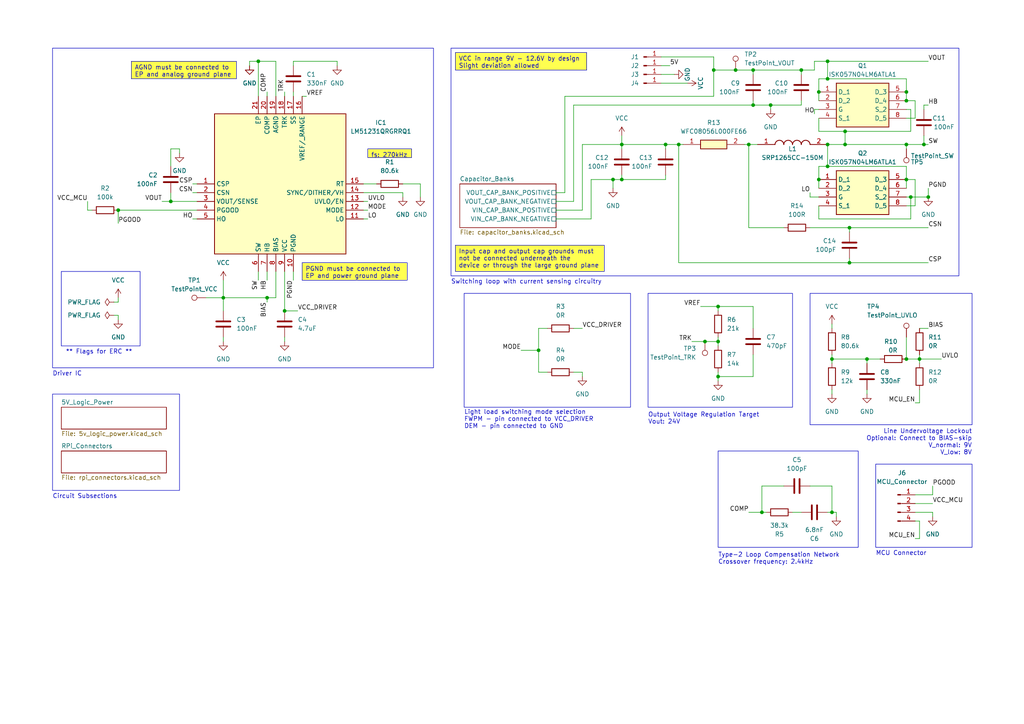
<source format=kicad_sch>
(kicad_sch (version 20230121) (generator eeschema)
  (paper "A4")
  (title_block (title "Power Supply Module with 24V+5V output") (date "2023-10-29") (rev "0.7") (company "Kamil Adam Jabłoński"))
  (lib_symbols
    (symbol "Connector:Conn_01x01_Pin" (pin_names (offset 1.016) hide)
      (property "Reference" "J" (at 0 2.54 0))
      (property "Value" "Conn_01x01_Pin" (at 0 -2.54 0))
      (symbol "Conn_01x01_Pin_1_1"
        (polyline (pts (xy 1.27 0) (xy 0.8636 0)) (stroke (width 0.1524)))
        (rectangle (start 0.8636 0.127) (end 0 -0.127) (stroke (width 0.1524)) (fill (type outline)))
        (pin passive line (at 5.08 0 180) (length 3.81) (name "Pin_1") (number "1"))
      )
    )
    (symbol "Connector:Conn_01x04_Pin" (pin_names (offset 1.016) hide)
      (property "Reference" "J" (at 0 5.08 0))
      (property "Value" "Conn_01x04_Pin" (at 0 -7.62 0))
      (symbol "Conn_01x04_Pin_1_1"
        (polyline (pts (xy 1.27 -5.08) (xy 0.8636 -5.08)) (stroke (width 0.1524)))
        (polyline (pts (xy 1.27 -2.54) (xy 0.8636 -2.54)) (stroke (width 0.1524)))
        (polyline (pts (xy 1.27 0) (xy 0.8636 0)) (stroke (width 0.1524)))
        (polyline (pts (xy 1.27 2.54) (xy 0.8636 2.54)) (stroke (width 0.1524)))
        (rectangle (start 0.8636 -4.953) (end 0 -5.207) (stroke (width 0.1524)) (fill (type outline)))
        (rectangle (start 0.8636 -2.413) (end 0 -2.667) (stroke (width 0.1524)) (fill (type outline)))
        (rectangle (start 0.8636 0.127) (end 0 -0.127) (stroke (width 0.1524)) (fill (type outline)))
        (rectangle (start 0.8636 2.667) (end 0 2.413) (stroke (width 0.1524)) (fill (type outline)))
        (pin passive line (at 5.08 2.54 180) (length 3.81) (name "Pin_1") (number "1"))
        (pin passive line (at 5.08 0 180) (length 3.81) (name "Pin_2") (number "2"))
        (pin passive line (at 5.08 -2.54 180) (length 3.81) (name "Pin_3") (number "3"))
        (pin passive line (at 5.08 -5.08 180) (length 3.81) (name "Pin_4") (number "4"))
      )
    )
    (symbol "Connector:TestPoint" (pin_numbers hide) (pin_names (offset 0.762) hide)
      (property "Reference" "TP" (at 0 6.858 0))
      (property "Value" "TestPoint" (at 0 5.08 0))
      (symbol "TestPoint_0_1"
        (circle (center 0 3.302) (radius 0.762))
      )
      (symbol "TestPoint_1_1"
        (pin passive line (at 0 0 90) (length 2.54) (name "1") (number "1"))
      )
    )
    (symbol "Device:C" (pin_numbers hide) (pin_names (offset 0.254))
      (property "Reference" "C" (at 0.635 2.54 0))
      (property "Value" "C" (at 0.635 -2.54 0))
      (symbol "C_0_1"
        (polyline (pts (xy -2.032 -0.762) (xy 2.032 -0.762)) (stroke (width 0.508)))
        (polyline (pts (xy -2.032 0.762) (xy 2.032 0.762)) (stroke (width 0.508)))
      )
      (symbol "C_1_1"
        (pin passive line (at 0 3.81 270) (length 2.794) (name "~") (number "1"))
        (pin passive line (at 0 -3.81 90) (length 2.794) (name "~") (number "2"))
      )
    )
    (symbol "Device:R" (pin_numbers hide) (pin_names (offset 0))
      (property "Reference" "R" (at 2.032 0 90))
      (property "Value" "R" (at 0 0 90))
      (symbol "R_0_1"
        (rectangle (start -1.016 -2.54) (end 1.016 2.54) (stroke (width 0.254)))
      )
      (symbol "R_1_1"
        (pin passive line (at 0 3.81 270) (length 1.27) (name "~") (number "1"))
        (pin passive line (at 0 -3.81 90) (length 1.27) (name "~") (number "2"))
      )
    )
    (symbol "SamacSys_Parts:ISK057N04LM6ATLA1"
      (property "Reference" "Q" (at 21.59 7.62 0))
      (property "Value" "ISK057N04LM6ATLA1" (at 21.59 5.08 0))
      (symbol "ISK057N04LM6ATLA1_1_1"
        (rectangle (start 5.08 2.54) (end 20.32 -10.16) (stroke (width 0.254)) (fill (type background)))
        (pin passive line (at 0 0 0) (length 5.08) (name "D_1") (number "1"))
        (pin passive line (at 0 -2.54 0) (length 5.08) (name "D_2") (number "2"))
        (pin passive line (at 0 -5.08 0) (length 5.08) (name "G") (number "3"))
        (pin passive line (at 0 -7.62 0) (length 5.08) (name "S_1") (number "4"))
        (pin passive line (at 25.4 0 180) (length 5.08) (name "D_3") (number "5"))
        (pin passive line (at 25.4 -2.54 180) (length 5.08) (name "D_4") (number "6"))
        (pin passive line (at 25.4 -5.08 180) (length 5.08) (name "S_2") (number "7"))
        (pin passive line (at 25.4 -7.62 180) (length 5.08) (name "D_5") (number "8"))
      )
    )
    (symbol "parts:ISK057N04LM6ATLA1"
      (property "Reference" "Q" (at 21.59 7.62 0))
      (property "Value" "ISK057N04LM6ATLA1" (at 21.59 5.08 0))
      (symbol "ISK057N04LM6ATLA1_1_1"
        (rectangle (start 5.08 2.54) (end 20.32 -10.16) (stroke (width 0.254)) (fill (type background)))
        (pin passive line (at 0 0 0) (length 5.08) (name "D_1") (number "1"))
        (pin passive line (at 0 -2.54 0) (length 5.08) (name "D_2") (number "2"))
        (pin passive line (at 0 -5.08 0) (length 5.08) (name "G") (number "3"))
        (pin passive line (at 0 -7.62 0) (length 5.08) (name "S_1") (number "4"))
        (pin passive line (at 25.4 0 180) (length 5.08) (name "D_3") (number "5"))
        (pin passive line (at 25.4 -2.54 180) (length 5.08) (name "D_4") (number "6"))
        (pin passive line (at 25.4 -5.08 180) (length 5.08) (name "S_2") (number "7"))
        (pin passive line (at 25.4 -7.62 180) (length 5.08) (name "D_5") (number "8"))
      )
    )
    (symbol "parts:LM51231QRGRRQ1"
      (property "Reference" "IC" (at 44.45 25.4 0))
      (property "Value" "LM51231QRGRRQ1" (at 44.45 22.86 0))
      (symbol "LM51231QRGRRQ1_1_1"
        (rectangle (start 5.08 20.32) (end 43.18 -20.32) (stroke (width 0.254)) (fill (type background)))
        (pin passive line (at 0 0 0) (length 5.08) (name "CSP") (number "1"))
        (pin passive line (at 27.94 -25.4 90) (length 5.08) (name "PGND") (number "10"))
        (pin passive line (at 48.26 -10.16 180) (length 5.08) (name "LO") (number "11"))
        (pin passive line (at 48.26 -7.62 180) (length 5.08) (name "MODE") (number "12"))
        (pin passive line (at 48.26 -5.08 180) (length 5.08) (name "UVLO/EN") (number "13"))
        (pin passive line (at 48.26 -2.54 180) (length 5.08) (name "SYNC/DITHER/VH") (number "14"))
        (pin passive line (at 48.26 0 180) (length 5.08) (name "RT") (number "15"))
        (pin passive line (at 30.48 25.4 270) (length 5.08) (name "VREF/_RANGE") (number "16"))
        (pin passive line (at 27.94 25.4 270) (length 5.08) (name "SS") (number "17"))
        (pin passive line (at 25.4 25.4 270) (length 5.08) (name "TRK") (number "18"))
        (pin passive line (at 22.86 25.4 270) (length 5.08) (name "AGND") (number "19"))
        (pin passive line (at 0 -2.54 0) (length 5.08) (name "CSN") (number "2"))
        (pin passive line (at 20.32 25.4 270) (length 5.08) (name "COMP") (number "20"))
        (pin passive line (at 17.78 25.4 270) (length 5.08) (name "EP") (number "21"))
        (pin passive line (at 0 -5.08 0) (length 5.08) (name "VOUT/SENSE") (number "3"))
        (pin passive line (at 0 -7.62 0) (length 5.08) (name "PGOOD") (number "4"))
        (pin passive line (at 0 -10.16 0) (length 5.08) (name "HO") (number "5"))
        (pin passive line (at 17.78 -25.4 90) (length 5.08) (name "SW") (number "6"))
        (pin passive line (at 20.32 -25.4 90) (length 5.08) (name "HB") (number "7"))
        (pin passive line (at 22.86 -25.4 90) (length 5.08) (name "BIAS") (number "8"))
        (pin passive line (at 25.4 -25.4 90) (length 5.08) (name "VCC") (number "9"))
      )
    )
    (symbol "parts:SRP1265CC-150M" (pin_names hide)
      (property "Reference" "L" (at 16.51 6.35 0))
      (property "Value" "SRP1265CC-150M" (at 16.51 3.81 0))
      (symbol "SRP1265CC-150M_1_1"
        (arc (start 7.62 0) (mid 6.35 1.219) (end 5.08 0) (stroke (width 0.254)))
        (arc (start 10.16 0) (mid 8.89 1.219) (end 7.62 0) (stroke (width 0.254)))
        (arc (start 12.7 0) (mid 11.43 1.219) (end 10.16 0) (stroke (width 0.254)))
        (arc (start 15.24 0) (mid 13.97 1.219) (end 12.7 0) (stroke (width 0.254)))
        (pin passive line (at 0 0 0) (length 5.08) (name "1") (number "1"))
        (pin passive line (at 20.32 0 180) (length 5.08) (name "2") (number "2"))
      )
    )
    (symbol "parts:WFC08056L000FE66" (pin_names hide)
      (property "Reference" "R" (at 13.97 6.35 0))
      (property "Value" "WFC08056L000FE66" (at 13.97 3.81 0))
      (symbol "WFC08056L000FE66_1_1"
        (rectangle (start 5.08 1.27) (end 12.7 -1.27) (stroke (width 0.254)) (fill (type background)))
        (pin passive line (at 0 0 0) (length 5.08) (name "1") (number "1"))
        (pin passive line (at 17.78 0 180) (length 5.08) (name "2") (number "2"))
      )
    )
    (symbol "power:GND" (power) (pin_names (offset 0))
      (property "Value" "GND" (at 0 -3.81 0))
      (symbol "GND_0_1"
        (polyline (pts (xy 0 0) (xy 0 -1.27) (xy 1.27 -1.27) (xy 0 -2.54) (xy -1.27 -1.27) (xy 0 -1.27)))
      )
      (symbol "GND_1_1"
        (pin power_in line (at 0 0 270) (length 0) hide (name "GND") (number "1"))
      )
    )
    (symbol "power:PWR_FLAG" (power) (pin_numbers hide) (pin_names (offset 0) hide)
      (property "Value" "PWR_FLAG" (at 0 3.81 0))
      (symbol "PWR_FLAG_0_0"
        (pin power_out line (at 0 0 90) (length 0) (name "pwr") (number "1"))
      )
      (symbol "PWR_FLAG_0_1"
        (polyline (pts (xy 0 0) (xy 0 1.27) (xy -1.016 1.905) (xy 0 2.54) (xy 1.016 1.905) (xy 0 1.27)))
      )
    )
    (symbol "power:VCC" (power) (pin_names (offset 0))
      (property "Value" "VCC" (at 0 3.81 0))
      (symbol "VCC_0_1"
        (polyline (pts (xy -0.762 1.27) (xy 0 2.54)))
        (polyline (pts (xy 0 0) (xy 0 2.54)))
        (polyline (pts (xy 0 2.54) (xy 0.762 1.27)))
      )
      (symbol "VCC_1_1"
        (pin power_in line (at 0 0 90) (length 0) hide (name "VCC") (number "1"))
      )
    )
  )
  (junction (at 207.01 20.32))
  (junction (at 246.38 76.2))
  (junction (at 218.44 30.48))
  (junction (at 82.55 90.17))
  (junction (at 245.11 41.91))
  (junction (at 232.41 20.32))
  (junction (at 251.46 104.14))
  (junction (at 180.34 52.07))
  (junction (at 266.7 104.14))
  (junction (at 241.3 104.14))
  (junction (at 193.04 41.91))
  (junction (at 241.3 148.59))
  (junction (at 223.52 30.48))
  (junction (at 262.89 29.21))
  (junction (at 74.93 17.78))
  (junction (at 237.49 26.67))
  (junction (at 262.89 104.14))
  (junction (at 208.28 109.22))
  (junction (at 204.47 99.06))
  (junction (at 180.34 41.91))
  (junction (at 49.53 58.42))
  (junction (at 240.03 17.78))
  (junction (at 267.97 41.91))
  (junction (at 245.11 38.1))
  (junction (at 264.16 57.15))
  (junction (at 262.89 26.67))
  (junction (at 240.03 48.26))
  (junction (at 218.44 20.32))
  (junction (at 237.49 52.07))
  (junction (at 240.03 22.86))
  (junction (at 177.8 52.07))
  (junction (at 156.21 101.6))
  (junction (at 34.29 60.96))
  (junction (at 217.17 41.91))
  (junction (at 240.03 41.91))
  (junction (at 262.89 52.07))
  (junction (at 64.77 86.36))
  (junction (at 246.38 66.04))
  (junction (at 262.89 41.91))
  (junction (at 77.47 86.36))
  (junction (at 208.28 88.9))
  (junction (at 196.85 41.91))
  (junction (at 220.98 148.59))
  (junction (at 269.24 57.15))
  (junction (at 213.36 20.32))
  (junction (at 208.28 99.06))
  (wire (pts (xy 264.16 57.15) (xy 264.16 63.5)))
  (wire (pts (xy 156.21 101.6) (xy 156.21 107.95)))
  (wire (pts (xy 245.11 38.1) (xy 245.11 41.91)))
  (wire (pts (xy 246.38 76.2) (xy 246.38 74.93)))
  (wire (pts (xy 191.77 16.51) (xy 207.01 16.51)))
  (wire (pts (xy 246.38 66.04) (xy 246.38 67.31)))
  (wire (pts (xy 161.29 60.96) (xy 168.91 60.96)))
  (wire (pts (xy 217.17 41.91) (xy 219.71 41.91)))
  (wire (pts (xy 72.39 17.78) (xy 72.39 19.05)))
  (wire (pts (xy 240.03 48.26) (xy 237.49 48.26)))
  (wire (pts (xy 82.55 90.17) (xy 86.36 90.17)))
  (wire (pts (xy 166.37 58.42) (xy 166.37 30.48)))
  (wire (pts (xy 270.51 148.59) (xy 270.51 149.86)))
  (wire (pts (xy 237.49 48.26) (xy 237.49 52.07)))
  (wire (pts (xy 193.04 50.8) (xy 193.04 52.07)))
  (wire (pts (xy 241.3 113.03) (xy 241.3 114.3)))
  (wire (pts (xy 262.89 22.86) (xy 240.03 22.86)))
  (wire (pts (xy 262.89 104.14) (xy 266.7 104.14)))
  (wire (pts (xy 227.33 66.04) (xy 217.17 66.04)))
  (wire (pts (xy 264.16 57.15) (xy 269.24 57.15)))
  (wire (pts (xy 151.13 101.6) (xy 156.21 101.6)))
  (wire (pts (xy 116.84 53.34) (xy 121.92 53.34)))
  (wire (pts (xy 241.3 140.97) (xy 234.95 140.97)))
  (wire (pts (xy 242.57 149.86) (xy 242.57 148.59)))
  (wire (pts (xy 265.43 29.21) (xy 262.89 29.21)))
  (wire (pts (xy 234.95 66.04) (xy 246.38 66.04)))
  (wire (pts (xy 52.07 43.18) (xy 52.07 44.45)))
  (wire (pts (xy 193.04 52.07) (xy 180.34 52.07)))
  (wire (pts (xy 265.43 146.05) (xy 270.51 146.05)))
  (wire (pts (xy 163.83 55.88) (xy 163.83 27.94)))
  (wire (pts (xy 166.37 107.95) (xy 168.91 107.95)))
  (wire (pts (xy 77.47 26.67) (xy 77.47 27.94)))
  (wire (pts (xy 220.98 148.59) (xy 222.25 148.59)))
  (wire (pts (xy 161.29 63.5) (xy 171.45 63.5)))
  (wire (pts (xy 74.93 17.78) (xy 74.93 27.94)))
  (wire (pts (xy 208.28 99.06) (xy 208.28 100.33)))
  (wire (pts (xy 49.53 58.42) (xy 57.15 58.42)))
  (wire (pts (xy 266.7 105.41) (xy 266.7 104.14)))
  (wire (pts (xy 168.91 107.95) (xy 168.91 109.22)))
  (wire (pts (xy 241.3 93.98) (xy 241.3 95.25)))
  (wire (pts (xy 171.45 52.07) (xy 177.8 52.07)))
  (wire (pts (xy 85.09 26.67) (xy 85.09 27.94)))
  (wire (pts (xy 267.97 39.37) (xy 267.97 41.91)))
  (wire (pts (xy 262.89 57.15) (xy 264.16 57.15)))
  (wire (pts (xy 87.63 27.94) (xy 88.9 27.94)))
  (wire (pts (xy 234.95 57.15) (xy 237.49 57.15)))
  (wire (pts (xy 264.16 63.5) (xy 237.49 63.5)))
  (wire (pts (xy 82.55 97.79) (xy 82.55 99.06)))
  (wire (pts (xy 207.01 20.32) (xy 213.36 20.32)))
  (wire (pts (xy 156.21 95.25) (xy 158.75 95.25)))
  (wire (pts (xy 220.98 148.59) (xy 220.98 140.97)))
  (wire (pts (xy 240.03 41.91) (xy 240.03 48.26)))
  (wire (pts (xy 191.77 24.13) (xy 199.39 24.13)))
  (wire (pts (xy 242.57 148.59) (xy 241.3 148.59)))
  (wire (pts (xy 203.2 88.9) (xy 208.28 88.9)))
  (wire (pts (xy 55.88 63.5) (xy 57.15 63.5)))
  (wire (pts (xy 223.52 30.48) (xy 218.44 30.48)))
  (wire (pts (xy 241.3 104.14) (xy 241.3 105.41)))
  (wire (pts (xy 240.03 17.78) (xy 269.24 17.78)))
  (wire (pts (xy 232.41 20.32) (xy 236.22 20.32)))
  (wire (pts (xy 269.24 54.61) (xy 269.24 57.15)))
  (wire (pts (xy 218.44 88.9) (xy 208.28 88.9)))
  (wire (pts (xy 208.28 109.22) (xy 218.44 109.22)))
  (wire (pts (xy 207.01 27.94) (xy 207.01 20.32)))
  (wire (pts (xy 105.41 58.42) (xy 106.68 58.42)))
  (wire (pts (xy 237.49 26.67) (xy 237.49 29.21)))
  (wire (pts (xy 245.11 41.91) (xy 262.89 41.91)))
  (wire (pts (xy 156.21 101.6) (xy 156.21 95.25)))
  (wire (pts (xy 262.89 34.29) (xy 265.43 34.29)))
  (wire (pts (xy 168.91 41.91) (xy 180.34 41.91)))
  (wire (pts (xy 245.11 38.1) (xy 237.49 38.1)))
  (wire (pts (xy 262.89 97.79) (xy 262.89 104.14)))
  (wire (pts (xy 240.03 41.91) (xy 245.11 41.91)))
  (wire (pts (xy 59.69 86.36) (xy 64.77 86.36)))
  (wire (pts (xy 265.43 59.69) (xy 265.43 52.07)))
  (wire (pts (xy 208.28 107.95) (xy 208.28 109.22)))
  (wire (pts (xy 241.3 102.87) (xy 241.3 104.14)))
  (wire (pts (xy 232.41 29.21) (xy 232.41 30.48)))
  (wire (pts (xy 220.98 140.97) (xy 227.33 140.97)))
  (wire (pts (xy 266.7 116.84) (xy 266.7 113.03)))
  (wire (pts (xy 266.7 151.13) (xy 265.43 151.13)))
  (wire (pts (xy 267.97 41.91) (xy 269.24 41.91)))
  (wire (pts (xy 236.22 33.02) (xy 236.22 31.75)))
  (wire (pts (xy 196.85 41.91) (xy 196.85 76.2)))
  (wire (pts (xy 166.37 30.48) (xy 218.44 30.48)))
  (wire (pts (xy 264.16 31.75) (xy 264.16 38.1)))
  (wire (pts (xy 55.88 53.34) (xy 57.15 53.34)))
  (wire (pts (xy 262.89 59.69) (xy 265.43 59.69)))
  (wire (pts (xy 265.43 156.21) (xy 266.7 156.21)))
  (wire (pts (xy 74.93 17.78) (xy 72.39 17.78)))
  (wire (pts (xy 85.09 17.78) (xy 97.79 17.78)))
  (wire (pts (xy 191.77 21.59) (xy 195.58 21.59)))
  (wire (pts (xy 64.77 81.28) (xy 64.77 86.36)))
  (wire (pts (xy 237.49 34.29) (xy 237.49 38.1)))
  (wire (pts (xy 232.41 20.32) (xy 232.41 21.59)))
  (wire (pts (xy 237.49 63.5) (xy 237.49 59.69)))
  (wire (pts (xy 34.29 87.63) (xy 34.29 86.36)))
  (wire (pts (xy 64.77 86.36) (xy 64.77 90.17)))
  (wire (pts (xy 262.89 26.67) (xy 262.89 22.86)))
  (wire (pts (xy 234.95 55.88) (xy 234.95 57.15)))
  (wire (pts (xy 251.46 105.41) (xy 251.46 104.14)))
  (wire (pts (xy 240.03 148.59) (xy 241.3 148.59)))
  (wire (pts (xy 262.89 43.18) (xy 262.89 41.91)))
  (wire (pts (xy 262.89 31.75) (xy 264.16 31.75)))
  (wire (pts (xy 237.49 22.86) (xy 237.49 26.67)))
  (wire (pts (xy 80.01 78.74) (xy 80.01 86.36)))
  (wire (pts (xy 116.84 57.15) (xy 116.84 55.88)))
  (wire (pts (xy 34.29 91.44) (xy 33.02 91.44)))
  (wire (pts (xy 218.44 20.32) (xy 218.44 21.59)))
  (wire (pts (xy 77.47 78.74) (xy 77.47 81.28)))
  (wire (pts (xy 80.01 27.94) (xy 80.01 17.78)))
  (wire (pts (xy 74.93 78.74) (xy 74.93 81.28)))
  (wire (pts (xy 217.17 66.04) (xy 217.17 41.91)))
  (wire (pts (xy 180.34 41.91) (xy 180.34 43.18)))
  (wire (pts (xy 237.49 52.07) (xy 237.49 54.61)))
  (wire (pts (xy 180.34 41.91) (xy 193.04 41.91)))
  (wire (pts (xy 229.87 148.59) (xy 232.41 148.59)))
  (wire (pts (xy 265.43 52.07) (xy 262.89 52.07)))
  (wire (pts (xy 64.77 86.36) (xy 77.47 86.36)))
  (wire (pts (xy 200.66 99.06) (xy 204.47 99.06)))
  (wire (pts (xy 270.51 140.97) (xy 270.51 143.51)))
  (wire (pts (xy 105.41 60.96) (xy 106.68 60.96)))
  (wire (pts (xy 163.83 27.94) (xy 207.01 27.94)))
  (wire (pts (xy 77.47 86.36) (xy 77.47 87.63)))
  (wire (pts (xy 180.34 52.07) (xy 177.8 52.07)))
  (wire (pts (xy 196.85 76.2) (xy 246.38 76.2)))
  (wire (pts (xy 161.29 58.42) (xy 166.37 58.42)))
  (wire (pts (xy 55.88 55.88) (xy 57.15 55.88)))
  (wire (pts (xy 82.55 78.74) (xy 82.55 90.17)))
  (wire (pts (xy 34.29 64.77) (xy 34.29 60.96)))
  (wire (pts (xy 26.67 60.96) (xy 25.4 60.96)))
  (wire (pts (xy 236.22 31.75) (xy 237.49 31.75)))
  (wire (pts (xy 241.3 104.14) (xy 251.46 104.14)))
  (wire (pts (xy 262.89 41.91) (xy 267.97 41.91)))
  (wire (pts (xy 193.04 41.91) (xy 196.85 41.91)))
  (wire (pts (xy 180.34 50.8) (xy 180.34 52.07)))
  (wire (pts (xy 168.91 60.96) (xy 168.91 41.91)))
  (wire (pts (xy 236.22 17.78) (xy 240.03 17.78)))
  (wire (pts (xy 266.7 102.87) (xy 266.7 104.14)))
  (wire (pts (xy 265.43 34.29) (xy 265.43 29.21)))
  (wire (pts (xy 97.79 17.78) (xy 97.79 19.05)))
  (wire (pts (xy 33.02 87.63) (xy 34.29 87.63)))
  (wire (pts (xy 105.41 53.34) (xy 109.22 53.34)))
  (wire (pts (xy 121.92 53.34) (xy 121.92 57.15)))
  (wire (pts (xy 265.43 116.84) (xy 266.7 116.84)))
  (wire (pts (xy 166.37 95.25) (xy 168.91 95.25)))
  (wire (pts (xy 52.07 43.18) (xy 49.53 43.18)))
  (wire (pts (xy 269.24 30.48) (xy 267.97 30.48)))
  (wire (pts (xy 215.9 41.91) (xy 217.17 41.91)))
  (wire (pts (xy 241.3 148.59) (xy 241.3 140.97)))
  (wire (pts (xy 208.28 88.9) (xy 208.28 90.17)))
  (wire (pts (xy 262.89 52.07) (xy 262.89 48.26)))
  (wire (pts (xy 194.31 19.05) (xy 191.77 19.05)))
  (wire (pts (xy 265.43 148.59) (xy 270.51 148.59)))
  (wire (pts (xy 266.7 156.21) (xy 266.7 151.13)))
  (wire (pts (xy 77.47 86.36) (xy 80.01 86.36)))
  (wire (pts (xy 262.89 26.67) (xy 262.89 29.21)))
  (wire (pts (xy 34.29 60.96) (xy 57.15 60.96)))
  (wire (pts (xy 171.45 63.5) (xy 171.45 52.07)))
  (wire (pts (xy 116.84 55.88) (xy 105.41 55.88)))
  (wire (pts (xy 193.04 43.18) (xy 193.04 41.91)))
  (wire (pts (xy 240.03 22.86) (xy 237.49 22.86)))
  (wire (pts (xy 196.85 41.91) (xy 198.12 41.91)))
  (wire (pts (xy 156.21 107.95) (xy 158.75 107.95)))
  (wire (pts (xy 218.44 102.87) (xy 218.44 109.22)))
  (wire (pts (xy 177.8 54.61) (xy 177.8 52.07)))
  (wire (pts (xy 204.47 99.06) (xy 208.28 99.06)))
  (wire (pts (xy 246.38 76.2) (xy 269.24 76.2)))
  (wire (pts (xy 46.99 58.42) (xy 49.53 58.42)))
  (wire (pts (xy 217.17 148.59) (xy 220.98 148.59)))
  (wire (pts (xy 218.44 95.25) (xy 218.44 88.9)))
  (wire (pts (xy 240.03 17.78) (xy 240.03 22.86)))
  (wire (pts (xy 218.44 29.21) (xy 218.44 30.48)))
  (wire (pts (xy 223.52 30.48) (xy 223.52 31.75)))
  (wire (pts (xy 208.28 97.79) (xy 208.28 99.06)))
  (wire (pts (xy 213.36 20.32) (xy 218.44 20.32)))
  (wire (pts (xy 267.97 30.48) (xy 267.97 31.75)))
  (wire (pts (xy 246.38 66.04) (xy 269.24 66.04)))
  (wire (pts (xy 266.7 104.14) (xy 273.05 104.14)))
  (wire (pts (xy 207.01 16.51) (xy 207.01 20.32)))
  (wire (pts (xy 266.7 95.25) (xy 269.24 95.25)))
  (wire (pts (xy 262.89 48.26) (xy 240.03 48.26)))
  (wire (pts (xy 161.29 55.88) (xy 163.83 55.88)))
  (wire (pts (xy 180.34 39.37) (xy 180.34 41.91)))
  (wire (pts (xy 251.46 113.03) (xy 251.46 114.3)))
  (wire (pts (xy 25.4 60.96) (xy 25.4 58.42)))
  (wire (pts (xy 80.01 17.78) (xy 74.93 17.78)))
  (wire (pts (xy 262.89 52.07) (xy 262.89 54.61)))
  (wire (pts (xy 49.53 55.88) (xy 49.53 58.42)))
  (wire (pts (xy 251.46 104.14) (xy 255.27 104.14)))
  (wire (pts (xy 218.44 20.32) (xy 232.41 20.32)))
  (wire (pts (xy 85.09 78.74) (xy 85.09 81.28)))
  (wire (pts (xy 208.28 109.22) (xy 208.28 110.49)))
  (wire (pts (xy 82.55 26.67) (xy 82.55 27.94)))
  (wire (pts (xy 49.53 48.26) (xy 49.53 43.18)))
  (wire (pts (xy 270.51 143.51) (xy 265.43 143.51)))
  (wire (pts (xy 236.22 17.78) (xy 236.22 20.32)))
  (wire (pts (xy 64.77 97.79) (xy 64.77 99.06)))
  (wire (pts (xy 264.16 38.1) (xy 245.11 38.1)))
  (wire (pts (xy 85.09 19.05) (xy 85.09 17.78)))
  (wire (pts (xy 34.29 92.71) (xy 34.29 91.44)))
  (wire (pts (xy 223.52 30.48) (xy 232.41 30.48)))
  (wire (pts (xy 105.41 63.5) (xy 106.68 63.5)))
  (rectangle (start 15.24 114.3) (end 52.07 142.24))
  (rectangle (start 15.24 13.97) (end 125.73 106.68))
  (rectangle (start 130.81 13.97) (end 278.13 80.01))
  (rectangle (start 254 134.62) (end 281.94 158.75))
  (rectangle (start 134.62 85.09) (end 182.88 118.11))
  (rectangle (start 17.78 78.74) (end 40.64 100.33))
  (rectangle (start 208.28 130.81) (end 248.92 158.75))
  (rectangle (start 187.96 85.09) (end 229.87 118.11))
  (rectangle (start 234.95 85.09) (end 281.94 123.19))
  (text_box "PGND must be connected to\nEP and power ground plane" (at 87.63 76.2 0) (size 30.48 5.08) (fill (type color) (color 255 255 80 1)) (effects (font (size 1.27 1.27)) (justify left top)))
  (text_box "Input cap and output cap grounds must\nnot be connected underneath the\ndevice or through the large ground plane" (at 132.08 71.12 0) (size 43.18 7.62) (fill (type color) (color 255 255 80 1)) (effects (font (size 1.27 1.27)) (justify left top)))
  (text_box "AGND must be connected to\nEP and analog ground plane" (at 38.1 17.78 0) (size 30.48 5.08) (fill (type color) (color 255 255 80 1)) (effects (font (size 1.27 1.27)) (justify left top)))
  (text_box "fs: 270kHz" (at 106.68 43.18 0) (size 12.7 2.54) (fill (type color) (color 255 255 80 1)) (effects (font (size 1.27 1.27)) (justify left top)))
  (text_box "VCC in range 9V - 12.6V by design\nSlight deviation allowed" (at 132.08 15.24 0) (size 38.1 5.08) (fill (type color) (color 255 255 80 1)) (effects (font (size 1.27 1.27)) (justify left top)))
  (text "** Flags for ERC **" (at 19.05 102.87 0) (effects (font (size 1.27 1.27)) (justify left bottom)))
  (text "MCU Connector" (at 254 161.29 0) (effects (font (size 1.27 1.27)) (justify left bottom)))
  (text "Circuit Subsections" (at 15.24 144.78 0) (effects (font (size 1.27 1.27)) (justify left bottom)))
  (text "Line Undervoltage Lockout\nOptional: Connect to BIAS-skip\nV_normal: 9V\nV_low: 8V" (at 281.94 132.08 0) (effects (font (size 1.27 1.27)) (justify right bottom)))
  (text "Driver IC" (at 15.24 109.22 0) (effects (font (size 1.27 1.27)) (justify left bottom)))
  (text "Output Voltage Regulation Target\nVout: 24V" (at 187.96 123.19 0) (effects (font (size 1.27 1.27)) (justify left bottom)))
  (text "Light load switching mode selection\nFWPM - pin connected to VCC_DRIVER\nDEM - pin connected to GND" (at 134.62 124.46 0) (effects (font (size 1.27 1.27)) (justify left bottom)))
  (text "Type-2 Loop Compensation Network\nCrossover frequency: 2.4kHz" (at 208.28 163.83 0) (effects (font (size 1.27 1.27)) (justify left bottom)))
  (text "Switching loop with current sensing circuitry" (at 130.81 82.55 0) (effects (font (size 1.27 1.27)) (justify left bottom)))
  (label "MODE" (at 151.13 101.6 180))
  (label "VCC_MCU" (at 25.4 58.42 180))
  (label "VOUT" (at 46.99 58.42 180))
  (label "VCC_MCU" (at 270.51 146.05 0))
  (label "PGND" (at 85.09 81.28 270))
  (label "BIAS" (at 77.47 87.63 270))
  (label "LO" (at 106.68 63.5 0))
  (label "HB" (at 269.24 30.48 0))
  (label "TRK" (at 200.66 99.06 180))
  (label "VOUT" (at 269.24 17.78 0))
  (label "CSP" (at 55.88 53.34 180))
  (label "VREF" (at 203.2 88.9 180))
  (label "TRK" (at 82.55 26.67 90))
  (label "5V" (at 194.31 19.05 0))
  (label "CSN" (at 55.88 55.88 180))
  (label "MCU_EN" (at 265.43 156.21 180))
  (label "MODE" (at 106.68 60.96 0))
  (label "BIAS" (at 269.24 95.25 0))
  (label "VCC_DRIVER" (at 86.36 90.17 0))
  (label "HO" (at 55.88 63.5 180))
  (label "HB" (at 77.47 81.28 270))
  (label "HO" (at 236.22 33.02 180))
  (label "PGND" (at 269.24 54.61 0))
  (label "SW" (at 269.24 41.91 0))
  (label "COMP" (at 217.17 148.59 180))
  (label "MCU_EN" (at 265.43 116.84 180))
  (label "VREF" (at 88.9 27.94 0))
  (label "LO" (at 234.95 55.88 180))
  (label "SW" (at 74.93 81.28 270))
  (label "PGOOD" (at 270.51 140.97 0))
  (label "UVLO" (at 273.05 104.14 0))
  (label "VCC_DRIVER" (at 168.91 95.25 0))
  (label "PGOOD" (at 34.29 64.77 0))
  (label "CSP" (at 269.24 76.2 0))
  (label "UVLO" (at 106.68 58.42 0))
  (label "CSN" (at 269.24 66.04 0))
  (label "COMP" (at 77.47 26.67 90))
  (symbol (lib_id "power:GND") (at 242.57 149.86 0) (unit 1)
    (property "Reference" "#PWR08" (effects hide))
    (property "Value" "GND" (at 242.57 154.94 0))
  )
  (symbol (lib_id "Device:R") (at 266.7 99.06 180) (unit 1)
    (property "Reference" "R11" (at 269.24 97.79 0) (effects (justify right)))
    (property "Value" "0R" (at 269.24 100.33 0) (effects (justify right)))
    (property "Footprint" "Resistor_SMD:R_0603_1608Metric" (effects hide))
    (property "Datasheet" "https://www.koaspeer.com/pdfs/RK73Z.pdf" (effects hide))
  )
  (symbol (lib_id "parts:SRP1265CC-150M") (at 219.71 41.91 0) (unit 1)
    (property "Reference" "L1" (at 229.87 43.18 0))
    (property "Value" "SRP1265CC-150M" (at 229.87 45.72 0))
    (property "Footprint" "parts:INDPM135125X650N" (effects hide))
    (property "Datasheet" "https://www.bourns.com/docs/Product-Datasheets/SRP1265CC.pdf" (effects hide))
    (property "Height" "6.5" (effects hide))
    (property "Manufacturer_Name" "Bourns" (effects hide))
    (property "Manufacturer_Part_Number" "SRP1265CC-150M" (effects hide))
  )
  (symbol (lib_id "power:VCC") (at 34.29 86.36 0) (unit 1)
    (property "Reference" "#PWR019" (effects hide))
    (property "Value" "VCC" (at 34.29 81.28 0))
  )
  (symbol (lib_id "Device:R") (at 208.28 93.98 0) (unit 1)
    (property "Reference" "R6" (at 210.82 92.71 0) (effects (justify left)))
    (property "Value" "21k" (at 210.82 95.25 0) (effects (justify left)))
    (property "Footprint" "Resistor_SMD:R_0603_1608Metric" (effects hide))
    (property "Datasheet" "https://www.koaspeer.com/pdfs/RK73H.pdf" (effects hide))
  )
  (symbol (lib_id "power:GND") (at 72.39 19.05 0) (unit 1)
    (property "Reference" "#PWR016" (effects hide))
    (property "Value" "GND" (at 72.39 24.13 0))
  )
  (symbol (lib_id "Device:R") (at 162.56 107.95 90) (unit 1)
    (property "Reference" "R4" (at 162.56 101.6 90))
    (property "Value" "0R" (at 162.56 104.14 90))
    (property "Footprint" "Resistor_SMD:R_0603_1608Metric" (effects hide))
    (property "Datasheet" "https://www.koaspeer.com/pdfs/RK73Z.pdf" (effects hide))
  )
  (symbol (lib_id "Device:C") (at 85.09 22.86 0) (unit 1)
    (property "Reference" "C1" (at 88.9 21.59 0) (effects (justify left)))
    (property "Value" "330nF" (at 88.9 24.13 0) (effects (justify left)))
    (property "Footprint" "Capacitor_SMD:C_0603_1608Metric" (effects hide))
    (property "Datasheet" "https://www.mouser.pl/datasheet/2/585/MLCC-1837944.pdf" (effects hide))
  )
  (symbol (lib_id "Device:R") (at 162.56 95.25 90) (unit 1)
    (property "Reference" "R3" (at 162.56 88.9 90))
    (property "Value" "0R" (at 162.56 91.44 90))
    (property "Footprint" "Resistor_SMD:R_0603_1608Metric" (effects hide))
    (property "Datasheet" "https://www.koaspeer.com/pdfs/RK73Z.pdf" (effects hide))
  )
  (symbol (lib_id "parts:ISK057N04LM6ATLA1") (at 237.49 26.67 0) (unit 1)
    (property "Reference" "Q1" (at 250.19 19.05 0))
    (property "Value" "ISK057N04LM6ATLA1" (at 250.19 21.59 0))
    (property "Footprint" "parts:ISK057N04LM6ATLA1" (effects hide))
    (property "Datasheet" "https://www.infineon.com/dgdl/Infineon-ISK057N04LM6-DataSheet-v02_01-EN.pdf?fileId=8ac78c8c8779172a0187e60fd63111b2" (effects hide))
    (property "Height" "0.9" (effects hide))
    (property "Manufacturer_Name" "Infineon" (effects hide))
    (property "Manufacturer_Part_Number" "ISK057N04LM6ATLA1" (effects hide))
  )
  (symbol (lib_id "Device:C") (at 64.77 93.98 0) (unit 1)
    (property "Reference" "C3" (at 68.58 92.71 0) (effects (justify left)))
    (property "Value" "100nF" (at 68.58 95.25 0) (effects (justify left)))
    (property "Footprint" "Capacitor_SMD:C_0603_1608Metric" (effects hide))
    (property "Datasheet" "https://www.mouser.pl/datasheet/2/585/MLCC-1837944.pdf" (effects hide))
  )
  (symbol (lib_id "Device:R") (at 241.3 109.22 0) (unit 1)
    (property "Reference" "R9" (at 243.84 107.95 0) (effects (justify left)))
    (property "Value" "12k" (at 243.84 110.49 0) (effects (justify left)))
    (property "Footprint" "Resistor_SMD:R_0603_1608Metric" (effects hide))
    (property "Datasheet" "https://www.koaspeer.com/pdfs/RK73H.pdf" (effects hide))
  )
  (symbol (lib_id "power:GND") (at 116.84 57.15 0) (unit 1)
    (property "Reference" "#PWR012" (effects hide))
    (property "Value" "GND" (at 116.84 62.23 0))
  )
  (symbol (lib_id "power:GND") (at 82.55 99.06 0) (unit 1)
    (property "Reference" "#PWR07" (effects hide))
    (property "Value" "GND" (at 82.55 104.14 0))
  )
  (symbol (lib_id "power:GND") (at 72.39 19.05 0) (unit 1)
    (property "Reference" "#PWR015" (effects hide))
    (property "Value" "GND" (at 72.39 24.13 0))
  )
  (symbol (lib_id "Device:C") (at 218.44 99.06 0) (unit 1)
    (property "Reference" "C7" (at 222.25 97.79 0) (effects (justify left)))
    (property "Value" "470pF" (at 222.25 100.33 0) (effects (justify left)))
    (property "Footprint" "Capacitor_SMD:C_0603_1608Metric" (effects hide))
    (property "Datasheet" "https://www.mouser.pl/datasheet/2/585/MLCC-1837944.pdf" (effects hide))
  )
  (symbol (lib_id "Device:C") (at 232.41 25.4 0) (mirror y) (unit 1)
    (property "Reference" "C10" (at 228.6 24.13 0) (effects (justify left)))
    (property "Value" "100nF" (at 228.6 26.67 0) (effects (justify left)))
    (property "Footprint" "Capacitor_SMD:C_0603_1608Metric" (effects hide))
    (property "Datasheet" "https://www.mouser.pl/datasheet/2/585/MLCC-1837944.pdf" (effects hide))
  )
  (symbol (lib_id "power:GND") (at 241.3 114.3 0) (unit 1)
    (property "Reference" "#PWR011" (effects hide))
    (property "Value" "GND" (at 241.3 119.38 0))
  )
  (symbol (lib_id "Connector:TestPoint") (at 262.89 97.79 0) (unit 1) (in_bom no)
    (property "Reference" "TP4" (at 251.46 88.9 0) (effects (justify left)))
    (property "Value" "TestPoint_UVLO" (at 251.46 91.44 0) (effects (justify left)))
    (property "Footprint" "TestPoint:TestPoint_Pad_D1.0mm" (effects hide))
  )
  (symbol (lib_id "Device:C") (at 251.46 109.22 0) (unit 1)
    (property "Reference" "C8" (at 255.27 107.95 0) (effects (justify left)))
    (property "Value" "330nF" (at 255.27 110.49 0) (effects (justify left)))
    (property "Footprint" "Capacitor_SMD:C_0603_1608Metric" (effects hide))
    (property "Datasheet" "https://www.mouser.pl/datasheet/2/585/MLCC-1837944.pdf" (effects hide))
  )
  (symbol (lib_id "power:GND") (at 177.8 54.61 0) (unit 1)
    (property "Reference" "#PWR01" (effects hide))
    (property "Value" "GND" (at 177.8 59.69 0))
  )
  (symbol (lib_id "power:GND") (at 97.79 19.05 0) (unit 1)
    (property "Reference" "#PWR017" (effects hide))
    (property "Value" "GND" (at 97.79 24.13 0))
  )
  (symbol (lib_id "Device:C") (at 82.55 93.98 0) (unit 1)
    (property "Reference" "C4" (at 86.36 92.71 0) (effects (justify left)))
    (property "Value" "4.7uF" (at 86.36 95.25 0) (effects (justify left)))
    (property "Footprint" "Capacitor_SMD:C_0805_2012Metric" (effects hide))
    (property "Datasheet" "https://www.mouser.pl/datasheet/2/585/MLCC-1837944.pdf" (effects hide))
  )
  (symbol (lib_id "power:VCC") (at 199.39 24.13 270) (unit 1)
    (property "Reference" "#PWR022" (effects hide))
    (property "Value" "VCC" (at 203.2 24.13 0))
  )
  (symbol (lib_id "parts:WFC08056L000FE66") (at 198.12 41.91 0) (unit 1)
    (property "Reference" "R13" (at 207.01 35.56 0))
    (property "Value" "WFC08056L000FE66" (at 207.01 38.1 0))
    (property "Footprint" "parts:RESC2013X85N" (effects hide))
    (property "Datasheet" "https://www.vishay.com/docs/30402/wfc.pdf" (effects hide))
    (property "Height" "0.85" (effects hide))
    (property "Mouser Part Number" "71-WFC08056L000FE66" (effects hide))
    (property "Mouser Price/Stock" "https://www.mouser.co.uk/ProductDetail/Vishay/WFC08056L000FE66?qs=doiCPypUmgG1PlfM63Ho8Q%3D%3D" (effects hide))
    (property "Manufacturer_Name" "Vishay" (effects hide))
    (property "Manufacturer_Part_Number" "WFC08056L000FE66" (effects hide))
  )
  (symbol (lib_id "Connector:Conn_01x01_Pin") (at 186.69 16.51 0) (unit 1)
    (property "Reference" "J1" (at 184.15 16.51 0))
    (property "Value" "Conn_01x01_Pin" (effects hide))
    (property "Footprint" "TestPoint:TestPoint_Pad_2.0x2.0mm" (effects hide))
  )
  (symbol (lib_id "power:GND") (at 251.46 114.3 0) (unit 1)
    (property "Reference" "#PWR013" (effects hide))
    (property "Value" "GND" (at 251.46 119.38 0))
  )
  (symbol (lib_id "power:VCC") (at 180.34 39.37 0) (unit 1)
    (property "Reference" "#PWR02" (effects hide))
    (property "Value" "VCC" (at 180.34 34.29 0))
  )
  (symbol (lib_id "Connector:Conn_01x01_Pin") (at 186.69 19.05 0) (unit 1)
    (property "Reference" "J2" (at 184.15 19.05 0))
    (property "Value" "Conn_01x01_Pin" (effects hide))
    (property "Footprint" "TestPoint:TestPoint_Pad_2.0x2.0mm" (effects hide))
  )
  (symbol (lib_id "power:VCC") (at 241.3 93.98 0) (mirror y) (unit 1)
    (property "Reference" "#PWR010" (effects hide))
    (property "Value" "VCC" (at 241.3 88.9 0))
  )
  (symbol (lib_id "power:VCC") (at 64.77 81.28 0) (unit 1)
    (property "Reference" "#PWR05" (effects hide))
    (property "Value" "VCC" (at 64.77 76.2 0))
  )
  (symbol (lib_id "power:GND") (at 269.24 57.15 0) (unit 1)
    (property "Reference" "#PWR03" (effects hide))
    (property "Value" "GND" (at 269.24 62.23 0))
  )
  (symbol (lib_id "power:GND") (at 270.51 149.86 0) (unit 1)
    (property "Reference" "#PWR025" (effects hide))
    (property "Value" "GND" (at 270.51 154.94 0))
  )
  (symbol (lib_id "Device:R") (at 259.08 104.14 270) (unit 1)
    (property "Reference" "R10" (at 260.35 99.06 90) (effects (justify right)))
    (property "Value" "0R" (at 260.35 101.6 90) (effects (justify right)))
    (property "Footprint" "Resistor_SMD:R_0603_1608Metric" (effects hide))
    (property "Datasheet" "https://www.koaspeer.com/pdfs/RK73Z.pdf" (effects hide))
  )
  (symbol (lib_id "parts:LM51231QRGRRQ1") (at 57.15 53.34 0) (unit 1)
    (property "Reference" "IC1" (at 110.49 35.56 0))
    (property "Value" "LM51231QRGRRQ1" (at 110.49 38.1 0))
    (property "Footprint" "parts:QFN50P350X350X100-21N-D" (effects hide))
    (property "Datasheet" "https://www.ti.com/lit/gpn/lm51231-q1" (effects hide))
    (property "Height" "1" (effects hide))
    (property "Mouser Part Number" "595-LM51231QRGRRQ1" (effects hide))
    (property "Mouser Price/Stock" "https://www.mouser.co.uk/ProductDetail/Texas-Instruments/LM51231QRGRRQ1?qs=IPgv5n7u5QYUtrf8%252Bwemgg%3D%3D" (effects hide))
    (property "Manufacturer_Name" "Texas Instruments" (effects hide))
    (property "Manufacturer_Part_Number" "LM51231QRGRRQ1" (effects hide))
  )
  (symbol (lib_id "Device:R") (at 30.48 60.96 270) (unit 1)
    (property "Reference" "R2" (at 30.48 54.61 90))
    (property "Value" "100k" (at 30.48 57.15 90))
    (property "Footprint" "Resistor_SMD:R_0603_1608Metric" (effects hide))
    (property "Datasheet" "https://www.koaspeer.com/pdfs/RK73H.pdf" (effects hide))
  )
  (symbol (lib_id "power:GND") (at 52.07 44.45 0) (unit 1)
    (property "Reference" "#PWR024" (effects hide))
    (property "Value" "GND" (at 52.07 49.53 0))
  )
  (symbol (lib_id "Device:R") (at 266.7 109.22 180) (unit 1)
    (property "Reference" "R12" (at 269.24 107.95 0) (effects (justify right)))
    (property "Value" "0R" (at 269.24 110.49 0) (effects (justify right)))
    (property "Footprint" "Resistor_SMD:R_0603_1608Metric" (effects hide))
    (property "Datasheet" "https://www.koaspeer.com/pdfs/RK73Z.pdf" (effects hide))
  )
  (symbol (lib_id "Device:R") (at 231.14 66.04 270) (unit 1)
    (property "Reference" "R14" (at 231.14 59.69 90))
    (property "Value" "100R" (at 231.14 62.23 90))
    (property "Footprint" "Resistor_SMD:R_0603_1608Metric" (effects hide))
    (property "Datasheet" "https://www.koaspeer.com/pdfs/RK73H.pdf" (effects hide))
  )
  (symbol (lib_id "Device:C") (at 267.97 35.56 0) (mirror y) (unit 1)
    (property "Reference" "C11" (at 274.32 34.29 0) (effects (justify left)))
    (property "Value" "100nF" (at 276.86 36.83 0) (effects (justify left)))
    (property "Footprint" "Capacitor_SMD:C_0603_1608Metric" (effects hide))
    (property "Datasheet" "https://www.mouser.pl/datasheet/2/585/MLCC-1837944.pdf" (effects hide))
  )
  (symbol (lib_id "Device:C") (at 236.22 148.59 90) (mirror x) (unit 1)
    (property "Reference" "C6" (at 236.22 156.21 90))
    (property "Value" "6.8nF" (at 236.22 153.67 90))
    (property "Footprint" "Capacitor_SMD:C_0603_1608Metric" (effects hide))
    (property "Datasheet" "https://www.mouser.pl/datasheet/2/585/MLCC-1837944.pdf" (effects hide))
  )
  (symbol (lib_id "power:GND") (at 64.77 99.06 0) (unit 1)
    (property "Reference" "#PWR06" (effects hide))
    (property "Value" "GND" (at 64.77 104.14 0))
  )
  (symbol (lib_id "power:GND") (at 208.28 110.49 0) (unit 1)
    (property "Reference" "#PWR018" (effects hide))
    (property "Value" "GND" (at 208.28 115.57 0))
  )
  (symbol (lib_id "Connector:Conn_01x04_Pin") (at 260.35 146.05 0) (unit 1)
    (property "Reference" "J6" (at 261.62 137.16 0))
    (property "Value" "MCU_Connector" (at 261.62 139.7 0))
    (property "Footprint" "Connector_PinSocket_2.54mm:PinSocket_1x04_P2.54mm_Vertical" (effects hide))
  )
  (symbol (lib_id "power:GND") (at 34.29 92.71 0) (unit 1)
    (property "Reference" "#PWR021" (effects hide))
    (property "Value" "GND" (at 34.29 97.79 0))
  )
  (symbol (lib_id "Connector:TestPoint") (at 59.69 86.36 90) (unit 1) (in_bom no)
    (property "Reference" "TP1" (at 56.388 81.28 90))
    (property "Value" "TestPoint_VCC" (at 56.388 83.82 90))
    (property "Footprint" "TestPoint:TestPoint_Pad_D1.0mm" (effects hide))
  )
  (symbol (lib_id "Device:C") (at 49.53 52.07 0) (unit 1)
    (property "Reference" "C2" (at 45.72 50.8 0) (effects (justify right)))
    (property "Value" "100nF" (at 45.72 53.34 0) (effects (justify right)))
    (property "Footprint" "Capacitor_SMD:C_0603_1608Metric" (effects hide))
  )
  (symbol (lib_id "Device:C") (at 218.44 25.4 0) (mirror y) (unit 1)
    (property "Reference" "C9" (at 214.63 24.13 0) (effects (justify left)))
    (property "Value" "100nF" (at 214.63 26.67 0) (effects (justify left)))
    (property "Footprint" "Capacitor_SMD:C_0603_1608Metric" (effects hide))
    (property "Datasheet" "https://www.mouser.pl/datasheet/2/585/MLCC-1837944.pdf" (effects hide))
  )
  (symbol (lib_id "Connector:TestPoint") (at 213.36 20.32 0) (unit 1) (in_bom no)
    (property "Reference" "TP2" (at 215.9 15.748 0) (effects (justify left)))
    (property "Value" "TestPoint_VOUT" (at 215.9 18.288 0) (effects (justify left)))
    (property "Footprint" "TestPoint:TestPoint_Pad_D1.0mm" (effects hide))
  )
  (symbol (lib_id "Connector:TestPoint") (at 204.47 99.06 0) (mirror x) (unit 1) (in_bom no)
    (property "Reference" "TP3" (at 201.93 101.092 0) (effects (justify right)))
    (property "Value" "TestPoint_TRK" (at 201.93 103.632 0) (effects (justify right)))
    (property "Footprint" "TestPoint:TestPoint_Pad_D1.0mm" (effects hide))
  )
  (symbol (lib_id "power:GND") (at 195.58 21.59 90) (unit 1)
    (property "Reference" "#PWR020" (effects hide))
    (property "Value" "GND" (at 199.39 21.59 0))
  )
  (symbol (lib_id "Device:R") (at 208.28 104.14 0) (unit 1)
    (property "Reference" "R7" (at 210.82 102.87 0) (effects (justify left)))
    (property "Value" "14k" (at 210.82 105.41 0) (effects (justify left)))
    (property "Footprint" "Resistor_SMD:R_0603_1608Metric" (effects hide))
    (property "Datasheet" "https://www.koaspeer.com/pdfs/RK73H.pdf" (effects hide))
  )
  (symbol (lib_id "Connector:Conn_01x01_Pin") (at 186.69 21.59 0) (unit 1)
    (property "Reference" "J3" (at 184.15 21.59 0))
    (property "Value" "Conn_01x01_Pin" (effects hide))
    (property "Footprint" "TestPoint:TestPoint_Pad_2.0x2.0mm" (effects hide))
  )
  (symbol (lib_id "Device:C") (at 193.04 46.99 0) (mirror y) (unit 1)
    (property "Reference" "C13" (at 189.23 45.72 0) (effects (justify left)))
    (property "Value" "100nF" (at 189.23 48.26 0) (effects (justify left)))
    (property "Footprint" "Capacitor_SMD:C_0603_1608Metric" (effects hide))
    (property "Datasheet" "https://www.mouser.pl/datasheet/2/585/MLCC-1837944.pdf" (effects hide))
  )
  (symbol (lib_id "power:GND") (at 168.91 109.22 0) (unit 1)
    (property "Reference" "#PWR09" (effects hide))
    (property "Value" "GND" (at 168.91 114.3 0))
  )
  (symbol (lib_id "Device:R") (at 113.03 53.34 90) (unit 1)
    (property "Reference" "R1" (at 113.03 46.99 90))
    (property "Value" "80.6k" (at 113.03 49.53 90))
    (property "Footprint" "Resistor_SMD:R_0603_1608Metric" (effects hide))
  )
  (symbol (lib_id "Device:C") (at 246.38 71.12 0) (mirror y) (unit 1)
    (property "Reference" "C14" (at 242.57 69.85 0) (effects (justify left)))
    (property "Value" "100pF" (at 242.57 72.39 0) (effects (justify left)))
    (property "Footprint" "Capacitor_SMD:C_0603_1608Metric" (effects hide))
    (property "Datasheet" "https://www.mouser.pl/datasheet/2/585/MLCC-1837944.pdf" (effects hide))
  )
  (symbol (lib_id "Connector:TestPoint") (at 262.89 43.18 180) (unit 1) (in_bom no)
    (property "Reference" "TP5" (at 264.16 46.99 0) (effects (justify right)))
    (property "Value" "TestPoint_SW" (at 264.16 45.212 0) (effects (justify right)))
    (property "Footprint" "TestPoint:TestPoint_Pad_D1.0mm" (effects hide))
  )
  (symbol (lib_id "Device:R") (at 226.06 148.59 90) (unit 1)
    (property "Reference" "R5" (at 226.06 154.94 90))
    (property "Value" "38.3k" (at 226.06 152.4 90))
    (property "Footprint" "Resistor_SMD:R_0603_1608Metric" (effects hide))
  )
  (symbol (lib_id "Device:C") (at 231.14 140.97 90) (unit 1)
    (property "Reference" "C5" (at 231.14 133.35 90))
    (property "Value" "100pF" (at 231.14 135.89 90))
    (property "Footprint" "Capacitor_SMD:C_0603_1608Metric" (effects hide))
    (property "Datasheet" "https://www.mouser.pl/datasheet/2/585/MLCC-1837944.pdf" (effects hide))
  )
  (symbol (lib_id "Connector:Conn_01x01_Pin") (at 186.69 24.13 0) (unit 1)
    (property "Reference" "J4" (at 184.15 24.13 0))
    (property "Value" "Conn_01x01_Pin" (effects hide))
    (property "Footprint" "TestPoint:TestPoint_Pad_2.0x2.0mm" (effects hide))
  )
  (symbol (lib_id "power:PWR_FLAG") (at 33.02 87.63 90) (unit 1)
    (property "Reference" "#FLG01" (effects hide))
    (property "Value" "PWR_FLAG" (at 29.21 87.63 90) (effects (justify left)))
  )
  (symbol (lib_id "Device:R") (at 241.3 99.06 0) (unit 1)
    (property "Reference" "R8" (at 243.84 97.79 0) (effects (justify left)))
    (property "Value" "80.6k" (at 243.84 100.33 0) (effects (justify left)))
    (property "Footprint" "Resistor_SMD:R_0603_1608Metric" (effects hide))
    (property "Datasheet" "https://www.koaspeer.com/pdfs/RK73H.pdf" (effects hide))
  )
  (symbol (lib_id "power:PWR_FLAG") (at 33.02 91.44 90) (unit 1)
    (property "Reference" "#FLG02" (effects hide))
    (property "Value" "PWR_FLAG" (at 29.21 91.44 90) (effects (justify left)))
  )
  (symbol (lib_id "SamacSys_Parts:ISK057N04LM6ATLA1") (at 237.49 52.07 0) (unit 1)
    (property "Reference" "Q2" (at 250.19 44.45 0))
    (property "Value" "ISK057N04LM6ATLA1" (at 250.19 46.99 0))
    (property "Footprint" "parts:ISK057N04LM6ATLA1" (effects hide))
    (property "Datasheet" "https://www.infineon.com/dgdl/Infineon-ISK057N04LM6-DataSheet-v02_01-EN.pdf?fileId=8ac78c8c8779172a0187e60fd63111b2" (effects hide))
    (property "Height" "0.9" (effects hide))
    (property "Manufacturer_Name" "Infineon" (effects hide))
    (property "Manufacturer_Part_Number" "ISK057N04LM6ATLA1" (effects hide))
  )
  (symbol (lib_id "power:GND") (at 121.92 57.15 0) (unit 1)
    (property "Reference" "#PWR014" (effects hide))
    (property "Value" "GND" (at 121.92 62.23 0))
  )
  (symbol (lib_id "Device:C") (at 180.34 46.99 0) (mirror y) (unit 1)
    (property "Reference" "C12" (at 176.53 45.72 0) (effects (justify left)))
    (property "Value" "100nF" (at 176.53 48.26 0) (effects (justify left)))
    (property "Footprint" "Capacitor_SMD:C_0603_1608Metric" (effects hide))
    (property "Datasheet" "https://www.mouser.pl/datasheet/2/585/MLCC-1837944.pdf" (effects hide))
  )
  (symbol (lib_id "power:GND") (at 223.52 31.75 0) (unit 1)
    (property "Reference" "#PWR04" (effects hide))
    (property "Value" "GND" (at 223.52 36.83 0))
  )
  (sheet (at 17.78 130.81) (size 30.48 6.35) (stroke (width 0.1524))
    (property "Sheetname" "RPi_Connectors" (at 17.78 130.0984 0) (effects (justify left bottom)))
    (property "Sheetfile" "rpi_connectors.kicad_sch" (at 17.78 137.7446 0) (effects (justify left top)))
  )
  (sheet (at 133.35 53.34) (size 27.94 12.7) (stroke (width 0.1524))
    (property "Sheetname" "Capacitor_Banks" (at 133.35 52.6284 0) (effects (justify left bottom)))
    (property "Sheetfile" "capacitor_banks.kicad_sch" (at 133.35 66.6246 0) (effects (justify left top)))
    (pin "VOUT_CAP_BANK_NEGATIVE" passive (at 161.29 58.42 0))
    (pin "VOUT_CAP_BANK_POSITIVE" passive (at 161.29 55.88 0))
    (pin "VIN_CAP_BANK_POSITIVE" passive (at 161.29 60.96 0))
    (pin "VIN_CAP_BANK_NEGATIVE" passive (at 161.29 63.5 0))
  )
  (sheet (at 17.78 118.11) (size 30.48 6.35) (stroke (width 0.1524))
    (property "Sheetname" "5V_Logic_Power" (at 17.78 117.3984 0) (effects (justify left bottom)))
    (property "Sheetfile" "5v_logic_power.kicad_sch" (at 17.78 125.0446 0) (effects (justify left top)))
  )
)
</source>
